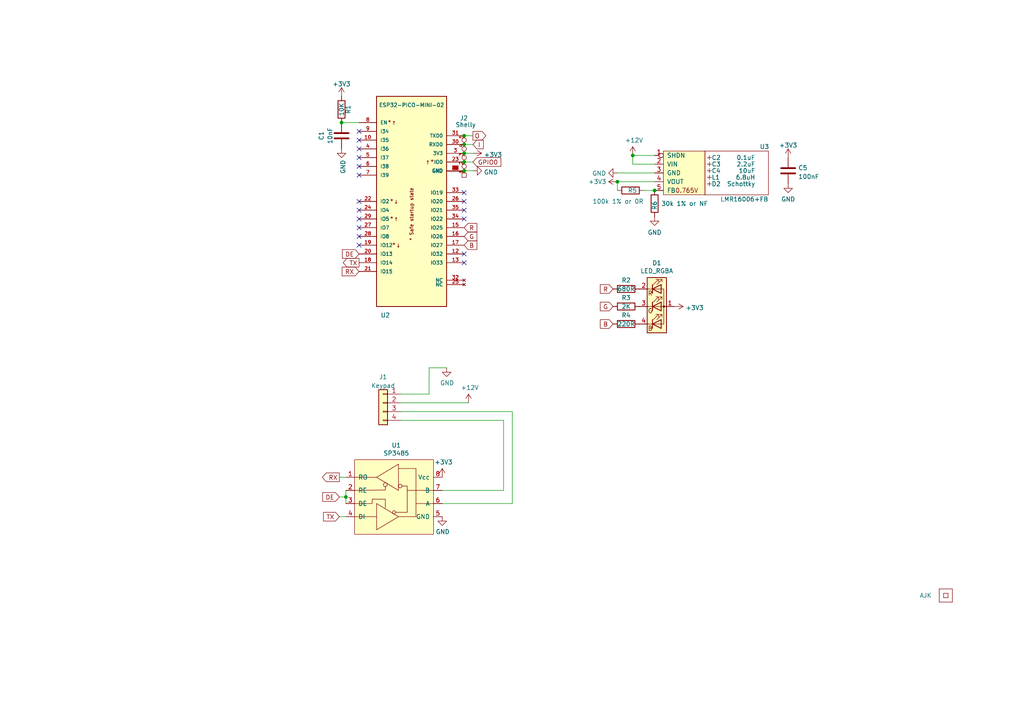
<source format=kicad_sch>
(kicad_sch (version 20211123) (generator eeschema)
  (paper "A4")
  (title_block (title "Galaxy Keypad controller") (date "${DATE}") (rev "5") (company "Adrian Kennard Andrews & Arnold Ltd") (comment 1 "@TheRealRevK") (comment 2 "www.me.uk"))
  (lib_symbols
    (symbol "Connector_Generic:Conn_01x04" (pin_names (offset 1.016) hide)
      (property "Reference" "J1" (at 0 7.5098 0))
      (property "Value" "Keypad" (at 0 4.9729 0))
      (symbol "Conn_01x04_1_1"
        (rectangle (start -1.27 -4.953) (end 0 -5.207) (stroke (width 0.1524)))
        (rectangle (start -1.27 -2.413) (end 0 -2.667) (stroke (width 0.1524)))
        (rectangle (start -1.27 0.127) (end 0 -0.127) (stroke (width 0.1524)))
        (rectangle (start -1.27 2.667) (end 0 2.413) (stroke (width 0.1524)))
        (rectangle (start -1.27 3.81) (end 1.27 -6.35) (stroke (width 0.254)) (fill (type background)))
        (pin power_out line (at -5.08 2.54 0) (length 3.81) (name "Pin_1") (number "1"))
        (pin power_out line (at -5.08 0 0) (length 3.81) (name "Pin_2") (number "2"))
        (pin passive line (at -5.08 -2.54 0) (length 3.81) (name "Pin_3") (number "3"))
        (pin passive line (at -5.08 -5.08 0) (length 3.81) (name "Pin_4") (number "4"))
      )
    )
    (symbol "Device:C" (pin_numbers hide) (pin_names (offset 0.254))
      (property "Reference" "C" (at 0.635 2.54 0))
      (property "Value" "C" (at 0.635 -2.54 0))
      (symbol "C_0_1"
        (polyline (pts (xy -2.032 -0.762) (xy 2.032 -0.762)) (stroke (width 0.508)))
        (polyline (pts (xy -2.032 0.762) (xy 2.032 0.762)) (stroke (width 0.508)))
      )
      (symbol "C_1_1"
        (pin passive line (at 0 3.81 270) (length 2.794) (name "~") (number "1"))
        (pin passive line (at 0 -3.81 90) (length 2.794) (name "~") (number "2"))
      )
    )
    (symbol "Device:LED_ARGB" (pin_names (offset 0) hide)
      (property "Reference" "D" (at 0 9.398 0))
      (property "Value" "LED_ARGB" (at 0 -8.89 0))
      (symbol "LED_ARGB_0_0"
        (text "B" (at -1.905 -6.35 0) (effects (font (size 1.27 1.27))))
        (text "G" (at -1.905 -1.27 0) (effects (font (size 1.27 1.27))))
        (text "R" (at -1.905 3.81 0) (effects (font (size 1.27 1.27))))
      )
      (symbol "LED_ARGB_0_1"
        (polyline (pts (xy -1.27 -5.08) (xy -2.54 -5.08)))
        (polyline (pts (xy -1.27 -5.08) (xy 1.27 -5.08)))
        (polyline (pts (xy -1.27 -3.81) (xy -1.27 -6.35)) (stroke (width 0.254)))
        (polyline (pts (xy -1.27 0) (xy -2.54 0)))
        (polyline (pts (xy -1.27 1.27) (xy -1.27 -1.27)) (stroke (width 0.254)))
        (polyline (pts (xy -1.27 5.08) (xy -2.54 5.08)))
        (polyline (pts (xy -1.27 5.08) (xy 1.27 5.08)))
        (polyline (pts (xy -1.27 6.35) (xy -1.27 3.81)) (stroke (width 0.254)))
        (polyline (pts (xy 1.27 0) (xy -1.27 0)))
        (polyline (pts (xy 1.27 0) (xy 2.54 0)))
        (polyline (pts (xy -1.27 1.27) (xy -1.27 -1.27) (xy -1.27 -1.27)))
        (polyline (pts (xy -1.27 6.35) (xy -1.27 3.81) (xy -1.27 3.81)))
        (polyline (pts (xy 1.27 -5.08) (xy 2.032 -5.08) (xy 2.032 5.08) (xy 1.27 5.08)))
        (polyline (pts (xy 1.27 -3.81) (xy 1.27 -6.35) (xy -1.27 -5.08) (xy 1.27 -3.81)) (stroke (width 0.254)))
        (polyline (pts (xy 1.27 1.27) (xy 1.27 -1.27) (xy -1.27 0) (xy 1.27 1.27)) (stroke (width 0.254)))
        (polyline (pts (xy 1.27 6.35) (xy 1.27 3.81) (xy -1.27 5.08) (xy 1.27 6.35)) (stroke (width 0.254)))
        (polyline (pts (xy -1.016 -3.81) (xy 0.508 -2.286) (xy -0.254 -2.286) (xy 0.508 -2.286) (xy 0.508 -3.048)))
        (polyline (pts (xy -1.016 1.27) (xy 0.508 2.794) (xy -0.254 2.794) (xy 0.508 2.794) (xy 0.508 2.032)))
        (polyline (pts (xy -1.016 6.35) (xy 0.508 7.874) (xy -0.254 7.874) (xy 0.508 7.874) (xy 0.508 7.112)))
        (polyline (pts (xy 0 -3.81) (xy 1.524 -2.286) (xy 0.762 -2.286) (xy 1.524 -2.286) (xy 1.524 -3.048)))
        (polyline (pts (xy 0 1.27) (xy 1.524 2.794) (xy 0.762 2.794) (xy 1.524 2.794) (xy 1.524 2.032)))
        (polyline (pts (xy 0 6.35) (xy 1.524 7.874) (xy 0.762 7.874) (xy 1.524 7.874) (xy 1.524 7.112)))
        (rectangle (start 1.27 -1.27) (end 1.27 1.27))
        (rectangle (start 1.27 1.27) (end 1.27 1.27))
        (rectangle (start 1.27 3.81) (end 1.27 6.35))
        (rectangle (start 1.27 6.35) (end 1.27 6.35))
        (circle (center 2.032 0) (radius 0.254) (fill (type outline)))
        (rectangle (start 2.794 8.382) (end -2.794 -7.62) (stroke (width 0.254)) (fill (type background)))
      )
      (symbol "LED_ARGB_1_1"
        (pin passive line (at 5.08 0 180) (length 2.54) (name "A") (number "1"))
        (pin passive line (at -5.08 5.08 0) (length 2.54) (name "RK") (number "2"))
        (pin passive line (at -5.08 0 0) (length 2.54) (name "GK") (number "3"))
        (pin passive line (at -5.08 -5.08 0) (length 2.54) (name "BK") (number "4"))
      )
    )
    (symbol "Device:R" (pin_numbers hide) (pin_names (offset 0))
      (property "Reference" "R" (at 2.032 0 90))
      (property "Value" "R" (at 0 0 90))
      (symbol "R_0_1"
        (rectangle (start -1.016 -2.54) (end 1.016 2.54) (stroke (width 0.254)))
      )
      (symbol "R_1_1"
        (pin passive line (at 0 3.81 270) (length 1.27) (name "~") (number "1"))
        (pin passive line (at 0 -3.81 90) (length 1.27) (name "~") (number "2"))
      )
    )
    (symbol "RevK:AJK" (pin_names (offset 1.016)) (in_bom no)
      (property "Value" "AJK" (at 0 0 0))
    )
    (symbol "RevK:ESP32-PICO-MINI-02" (pin_names (offset 1.016))
      (property "Reference" "U" (at -10.16 -33.02 0))
      (property "Value" "ESP32-PICO-MINI-02" (at 0 27.94 0))
      (symbol "ESP32-PICO-MINI-02_0_0"
        (rectangle (start -10.16 -30.48) (end 10.16 30.48) (stroke (width 0.254)) (fill (type background)))
        (text "* Safe startup state" (at 0 -11.43 900) (effects (font (size 1 1)) (justify left)))
        (text "*↑" (at -6.985 22.86 0) (effects (font (size 1.27 1.27)) (justify left)))
        (text "*↑" (at -6.35 -5.08 0) (effects (font (size 1.27 1.27)) (justify left)))
        (text "*↓" (at -6.35 0 0) (effects (font (size 1.27 1.27)) (justify left)))
        (text "*↓" (at -5.715 -12.7 0) (effects (font (size 1.27 1.27)) (justify left)))
        (text "↑*" (at 3.81 11.43 0) (effects (font (size 1.27 1.27)) (justify left)))
        (pin power_in line (at 15.24 8.89 180) (length 5.08) (name "GND") (number "1"))
        (pin input line (at -15.24 17.78 0) (length 5.08) (name "I35") (number "10"))
        (pin power_in line (at 15.24 8.89 180) (length 5.08) (name "GND") (number "11"))
        (pin bidirectional line (at 15.24 -15.24 180) (length 5.08) (name "IO32") (number "12"))
        (pin bidirectional line (at 15.24 -17.78 180) (length 5.08) (name "IO33") (number "13"))
        (pin power_in line (at 15.24 8.89 180) (length 5.08) (name "GND") (number "14"))
        (pin bidirectional line (at 15.24 -7.62 180) (length 5.08) (name "IO25") (number "15"))
        (pin bidirectional line (at 15.24 -10.16 180) (length 5.08) (name "IO26") (number "16"))
        (pin bidirectional line (at 15.24 -12.7 180) (length 5.08) (name "IO27") (number "17"))
        (pin bidirectional line (at -15.24 -17.78 0) (length 5.08) (name "IO14") (number "18"))
        (pin bidirectional line (at -15.24 -12.7 0) (length 5.08) (name "IO12") (number "19"))
        (pin power_in line (at 15.24 8.89 180) (length 5.08) (name "GND") (number "2"))
        (pin bidirectional line (at -15.24 -15.24 0) (length 5.08) (name "IO13") (number "20"))
        (pin bidirectional line (at -15.24 -20.32 0) (length 5.08) (name "IO15") (number "21"))
        (pin bidirectional line (at -15.24 0 0) (length 5.08) (name "IO2") (number "22"))
        (pin bidirectional line (at 15.24 11.43 180) (length 5.08) (name "IO0") (number "23"))
        (pin bidirectional line (at -15.24 -2.54 0) (length 5.08) (name "IO4") (number "24"))
        (pin no_connect line (at 15.24 -24.13 180) (length 5.08) (name "NC") (number "25"))
        (pin bidirectional line (at 15.24 0 180) (length 5.08) (name "IO20") (number "26"))
        (pin bidirectional line (at -15.24 -7.62 0) (length 5.08) (name "IO7") (number "27"))
        (pin bidirectional line (at -15.24 -10.16 0) (length 5.08) (name "IO8") (number "28"))
        (pin bidirectional line (at -15.24 -5.08 0) (length 5.08) (name "IO5") (number "29"))
        (pin power_in line (at 15.24 13.97 180) (length 5.08) (name "3V3") (number "3"))
        (pin bidirectional line (at 15.24 16.51 180) (length 5.08) (name "RXD0") (number "30"))
        (pin bidirectional line (at 15.24 19.05 180) (length 5.08) (name "TXD0") (number "31"))
        (pin no_connect line (at 15.24 -22.86 180) (length 5.08) (name "NC") (number "32"))
        (pin bidirectional line (at 15.24 2.54 180) (length 5.08) (name "IO19") (number "33"))
        (pin bidirectional line (at 15.24 -5.08 180) (length 5.08) (name "IO22") (number "34"))
        (pin bidirectional line (at 15.24 -2.54 180) (length 5.08) (name "IO21") (number "35"))
        (pin power_in line (at 15.24 8.89 180) (length 5.08) (name "GND") (number "36"))
        (pin power_in line (at 15.24 8.89 180) (length 5.08) (name "GND") (number "37"))
        (pin power_in line (at 15.24 8.89 180) (length 5.08) (name "GND") (number "38"))
        (pin power_in line (at 15.24 8.89 180) (length 5.08) (name "GND") (number "39"))
        (pin input line (at -15.24 15.24 0) (length 5.08) (name "I36") (number "4"))
        (pin power_in line (at 15.24 8.89 180) (length 5.08) (name "GND") (number "40"))
        (pin power_in line (at 15.24 8.89 180) (length 5.08) (name "GND") (number "41"))
        (pin power_in line (at 15.24 8.89 180) (length 5.08) (name "GND") (number "42"))
        (pin power_in line (at 15.24 8.89 180) (length 5.08) (name "GND") (number "43"))
        (pin power_in line (at 15.24 8.89 180) (length 5.08) (name "GND") (number "44"))
        (pin power_in line (at 15.24 8.89 180) (length 5.08) (name "GND") (number "45"))
        (pin power_in line (at 15.24 8.89 180) (length 5.08) (name "GND") (number "46"))
        (pin power_in line (at 15.24 8.89 180) (length 5.08) (name "GND") (number "47"))
        (pin power_in line (at 15.24 8.89 180) (length 5.08) (name "GND") (number "48"))
        (pin power_in line (at 15.24 8.89 180) (length 5.08) (name "GND") (number "49"))
        (pin input line (at -15.24 12.7 0) (length 5.08) (name "I37") (number "5"))
        (pin power_in line (at 15.24 8.89 180) (length 5.08) (name "GND") (number "50"))
        (pin power_in line (at 15.24 8.89 180) (length 5.08) (name "GND") (number "51"))
        (pin power_in line (at 15.24 8.89 180) (length 5.08) (name "GND") (number "52"))
        (pin power_in line (at 15.24 8.89 180) (length 5.08) (name "GND") (number "53"))
        (pin input line (at -15.24 10.16 0) (length 5.08) (name "I38") (number "6"))
        (pin input line (at -15.24 7.62 0) (length 5.08) (name "I39") (number "7"))
        (pin input line (at -15.24 22.86 0) (length 5.08) (name "EN") (number "8"))
        (pin input line (at -15.24 20.32 0) (length 5.08) (name "I34") (number "9"))
      )
    )
    (symbol "RevK:Hidden" (pin_names (offset 1.016))
      (property "Reference" "Z" (at 0.635 0 0))
      (property "Value" "Hidden" (at 4.445 0 0))
      (symbol "Hidden_0_1"
        (polyline (pts (xy -0.635 0) (xy 0.635 0)) (stroke (width 0.1524)))
        (polyline (pts (xy 0 0.635) (xy 0 -0.635)) (stroke (width 0.1524)))
      )
      (symbol "Hidden_1_1"
        (pin no_connect non_logic (at 0 -2.54 90) (length 2.54) hide (name "~") (number "~"))
      )
    )
    (symbol "RevK:LMR16006+FB" (pin_names (offset 1.016))
      (property "Reference" "U" (at 11.43 2.54 0))
      (property "Value" "LMR16006+FB" (at 7.62 -12.7 0))
      (symbol "LMR16006+FB_0_0"
        (rectangle (start 2.54 1.27) (end 14.605 -11.43) (fill (type background)))
        (text "0.765V" (at 12.7 -10.16 0) (effects (font (size 1.27 1.27)) (justify right)))
      )
      (symbol "LMR16006+FB_0_1"
        (rectangle (start 14.605 1.27) (end 33.02 -11.43))
      )
      (symbol "LMR16006+FB_1_1"
        (pin input inverted (at 0 0 0) (length 2.54) (name "SHDN") (number "1"))
        (pin power_in line (at 0 -2.54 0) (length 2.54) (name "VIN") (number "2"))
        (pin power_in line (at 0 -5.08 0) (length 2.54) (name "GND") (number "3"))
        (pin power_out line (at 0 -7.62 0) (length 2.54) (name "VOUT") (number "4"))
        (pin passive line (at 0 -10.16 0) (length 2.54) (name "FB") (number "5"))
      )
    )
    (symbol "RevK:QR" (pin_names (offset 1.016)) (in_bom no)
      (symbol "QR_0_1"
        (rectangle (start -1.905 -1.905) (end -1.905 1.905))
        (rectangle (start -1.905 1.905) (end 1.905 1.905))
        (rectangle (start -0.635 -0.635) (end -0.635 0.635))
        (rectangle (start -0.635 0.635) (end 0.635 0.635))
        (rectangle (start 0.635 -0.635) (end -0.635 -0.635))
        (rectangle (start 0.635 0.635) (end 0.635 -0.635))
        (rectangle (start 1.905 -1.905) (end -1.905 -1.905))
        (rectangle (start 1.905 1.905) (end 1.905 -1.905))
      )
    )
    (symbol "RevK:SP3458" (pin_names (offset 1.016))
      (property "Reference" "U" (at 0 -3.81 0))
      (property "Value" "SP3458" (at 7.62 -1.27 0))
      (symbol "SP3458_0_1"
        (rectangle (start -11.43 19.05) (end 11.43 -2.54) (fill (type background)))
        (circle (center -2.54 11.811) (radius 0.5588))
        (polyline (pts (xy -11.43 2.54) (xy -5.08 2.54)))
        (polyline (pts (xy -11.43 13.97) (xy -5.08 13.97)))
        (polyline (pts (xy 3.81 10.16) (xy 11.43 10.16)))
        (polyline (pts (xy 6.35 6.35) (xy 11.43 6.35)))
        (polyline (pts (xy -11.43 10.16) (xy -2.54 10.287) (xy -2.54 11.303)))
        (polyline (pts (xy -5.08 6.35) (xy 1.27 2.54) (xy -5.08 -1.27) (xy -5.08 6.35)))
        (polyline (pts (xy -5.08 13.97) (xy 1.27 17.78) (xy 1.27 10.16) (xy -5.08 13.97)))
        (polyline (pts (xy 0.508 3.81) (xy 3.81 3.81) (xy 3.81 11.43) (xy 2.286 11.43)))
        (polyline (pts (xy 1.27 16.51) (xy 6.35 16.51) (xy 6.35 2.54) (xy 1.27 2.54)))
        (polyline (pts (xy -11.43 6.35) (xy -6.35 6.35) (xy -6.35 7.62) (xy -2.54 7.62) (xy -2.54 5.08)))
        (circle (center 0 3.81) (radius 0.4572))
        (circle (center 1.778 11.43) (radius 0.5334))
      )
      (symbol "SP3458_1_1"
        (pin output line (at -13.97 13.97 0) (length 2.54) (name "RO") (number "1"))
        (pin input line (at -13.97 10.16 0) (length 2.54) (name "RE") (number "2"))
        (pin input line (at -13.97 6.35 0) (length 2.54) (name "DE") (number "3"))
        (pin input line (at -13.97 2.54 0) (length 2.54) (name "DI") (number "4"))
        (pin power_in line (at 13.97 2.54 180) (length 2.54) (name "GND") (number "5"))
        (pin bidirectional line (at 13.97 6.35 180) (length 2.54) (name "A") (number "6"))
        (pin bidirectional line (at 13.97 10.16 180) (length 2.54) (name "B") (number "7"))
        (pin power_in line (at 13.97 13.97 180) (length 2.54) (name "Vcc") (number "8"))
      )
    )
    (symbol "RevK:Shelly" (in_bom no)
      (property "Reference" "J" (at 2.54 -8.255 0))
      (property "Value" "Shelly" (at 2.54 9.525 0))
      (symbol "Shelly_0_1"
        (rectangle (start -0.635 6.985) (end 0.635 5.715) (stroke (width 0.1524)))
        (circle (center 0 -3.81) (radius 0.635) (stroke (width 0.1524)))
        (circle (center 0 -1.27) (radius 0.635) (stroke (width 0.1524)))
        (circle (center 0 1.27) (radius 0.635) (stroke (width 0.1524)))
        (circle (center 0 3.81) (radius 0.635) (stroke (width 0.1524)))
      )
      (symbol "Shelly_1_1"
        (pin passive line (at 0 5.08 90) (length 0.64) (name "GND") (number "1"))
        (pin passive line (at 0 2.54 90) (length 0.64) (name "0") (number "2"))
        (pin passive line (at 0 0 90) (length 0.64) (name "3V3") (number "3"))
        (pin passive line (at 0 -2.54 90) (length 0.64) (name "Rx") (number "4"))
        (pin passive line (at 0 -5.08 90) (length 0.64) (name "Tx") (number "5"))
      )
    )
    (symbol "power:+12V" (power) (pin_names (offset 0))
      (property "Value" "+12V" (at 0 3.556 0))
      (symbol "+12V_0_1"
        (polyline (pts (xy -0.762 1.27) (xy 0 2.54)))
        (polyline (pts (xy 0 0) (xy 0 2.54)))
        (polyline (pts (xy 0 2.54) (xy 0.762 1.27)))
      )
      (symbol "+12V_1_1"
        (pin power_in line (at 0 0 90) (length 0) hide (name "+12V") (number "1"))
      )
    )
    (symbol "power:+3.3V" (power) (pin_names (offset 0))
      (property "Value" "+3.3V" (at 0 3.556 0))
      (symbol "+3.3V_0_1"
        (polyline (pts (xy -0.762 1.27) (xy 0 2.54)))
        (polyline (pts (xy 0 0) (xy 0 2.54)))
        (polyline (pts (xy 0 2.54) (xy 0.762 1.27)))
      )
      (symbol "+3.3V_1_1"
        (pin power_in line (at 0 0 90) (length 0) hide (name "+3V3") (number "1"))
      )
    )
    (symbol "power:GND" (power) (pin_names (offset 0))
      (property "Value" "GND" (at 0 -3.81 0))
      (symbol "GND_0_1"
        (polyline (pts (xy 0 0) (xy 0 -1.27) (xy 1.27 -1.27) (xy 0 -2.54) (xy -1.27 -1.27) (xy 0 -1.27)))
      )
      (symbol "GND_1_1"
        (pin power_in line (at 0 0 270) (length 0) hide (name "GND") (number "1"))
      )
    )
  )
  (junction (at 100.33 144.145))
  (junction (at 134.62 41.91))
  (junction (at 134.62 39.37))
  (junction (at 179.07 52.705))
  (junction (at 134.62 44.45))
  (junction (at 189.865 55.245))
  (junction (at 134.62 49.53))
  (junction (at 134.62 46.99))
  (junction (at 99.06 35.56))
  (junction (at 183.515 45.085))
  (no_connect (at 134.62 76.2))
  (no_connect (at 134.62 73.66))
  (no_connect (at 104.14 38.1))
  (no_connect (at 104.14 71.12))
  (no_connect (at 104.14 50.8))
  (no_connect (at 104.14 58.42))
  (no_connect (at 104.14 60.96))
  (no_connect (at 104.14 63.5))
  (no_connect (at 104.14 66.04))
  (no_connect (at 104.14 68.58))
  (no_connect (at 134.62 60.96))
  (no_connect (at 134.62 63.5))
  (no_connect (at 104.14 48.26))
  (no_connect (at 104.14 40.64))
  (no_connect (at 104.14 43.18))
  (no_connect (at 104.14 45.72))
  (no_connect (at 134.62 58.42))
  (no_connect (at 134.62 55.88))
  (wire (pts (xy 146.05 121.92) (xy 146.05 142.24)))
  (wire (pts (xy 116.205 114.3) (xy 124.46 114.3)))
  (wire (pts (xy 179.07 52.705) (xy 179.07 55.245)))
  (wire (pts (xy 134.62 39.37) (xy 137.16 39.37)))
  (wire (pts (xy 134.62 41.91) (xy 137.16 41.91)))
  (wire (pts (xy 179.07 52.705) (xy 189.865 52.705)))
  (wire (pts (xy 100.33 149.86) (xy 98.425 149.86)))
  (wire (pts (xy 148.59 119.38) (xy 148.59 146.05)))
  (wire (pts (xy 99.06 35.56) (xy 104.14 35.56)))
  (wire (pts (xy 116.205 119.38) (xy 148.59 119.38)))
  (wire (pts (xy 98.425 144.145) (xy 100.33 144.145)))
  (wire (pts (xy 100.33 144.145) (xy 100.33 146.05)))
  (wire (pts (xy 134.62 46.99) (xy 137.16 46.99)))
  (wire (pts (xy 100.33 138.43) (xy 98.425 138.43)))
  (wire (pts (xy 186.69 55.245) (xy 189.865 55.245)))
  (wire (pts (xy 134.62 44.45) (xy 137.16 44.45)))
  (wire (pts (xy 179.07 50.165) (xy 189.865 50.165)))
  (wire (pts (xy 116.205 116.84) (xy 135.89 116.84)))
  (wire (pts (xy 116.205 121.92) (xy 146.05 121.92)))
  (wire (pts (xy 128.27 142.24) (xy 146.05 142.24)))
  (wire (pts (xy 124.46 114.3) (xy 124.46 106.68)))
  (wire (pts (xy 183.515 45.085) (xy 189.865 45.085)))
  (wire (pts (xy 128.27 146.05) (xy 148.59 146.05)))
  (wire (pts (xy 134.62 49.53) (xy 137.16 49.53)))
  (wire (pts (xy 183.515 45.085) (xy 183.515 47.625)))
  (wire (pts (xy 183.515 47.625) (xy 189.865 47.625)))
  (wire (pts (xy 124.46 106.68) (xy 129.54 106.68)))
  (wire (pts (xy 100.33 142.24) (xy 100.33 144.145)))
  (global_label "I" (shape input) (at 137.16 41.91 0) (property "Intersheet References" "${INTERSHEET_REFS}" (effects hide)))
  (global_label "GPIO0" (shape input) (at 137.16 46.99 0) (property "Intersheet References" "${INTERSHEET_REFS}" (effects hide)))
  (global_label "RX" (shape output) (at 98.425 138.43 180) (property "Intersheet References" "${INTERSHEET_REFS}" (effects hide)))
  (global_label "R" (shape input) (at 177.8 83.82 180) (property "Intersheet References" "${INTERSHEET_REFS}" (effects hide)))
  (global_label "R" (shape input) (at 134.62 66.04 0) (property "Intersheet References" "${INTERSHEET_REFS}" (effects hide)))
  (global_label "DE" (shape input) (at 98.425 144.145 180) (property "Intersheet References" "${INTERSHEET_REFS}" (effects hide)))
  (global_label "B" (shape input) (at 177.8 93.98 180) (property "Intersheet References" "${INTERSHEET_REFS}" (effects hide)))
  (global_label "DE" (shape input) (at 104.14 73.66 180) (property "Intersheet References" "${INTERSHEET_REFS}" (effects hide)))
  (global_label "O" (shape output) (at 137.16 39.37 0) (property "Intersheet References" "${INTERSHEET_REFS}" (effects hide)))
  (global_label "TX" (shape output) (at 104.14 76.2 180) (property "Intersheet References" "${INTERSHEET_REFS}" (effects hide)))
  (global_label "G" (shape input) (at 177.8 88.9 180) (property "Intersheet References" "${INTERSHEET_REFS}" (effects hide)))
  (global_label "G" (shape input) (at 134.62 68.58 0) (property "Intersheet References" "${INTERSHEET_REFS}" (effects hide)))
  (global_label "RX" (shape input) (at 104.14 78.74 180) (property "Intersheet References" "${INTERSHEET_REFS}" (effects hide)))
  (global_label "B" (shape input) (at 134.62 71.12 0) (property "Intersheet References" "${INTERSHEET_REFS}" (effects hide)))
  (global_label "TX" (shape input) (at 98.425 149.86 180) (property "Intersheet References" "${INTERSHEET_REFS}" (effects hide)))
  (symbol (lib_id "RevK:SP3458") (at 114.3 152.4 0) (unit 1)
    (property "Reference" "U1" (at 114.935 129.159 0))
    (property "Value" "SP3485" (at 114.935 131.4704 0))
    (property "Footprint" "Package_SO:SO-8_3.9x4.9mm_P1.27mm" (effects hide))
  )
  (symbol (lib_id "power:GND") (at 129.54 106.68 0) (unit 1)
    (property "Reference" "#PWR03" (effects hide))
    (property "Value" "GND" (at 129.667 111.0742 0))
  )
  (symbol (lib_id "power:+3.3V") (at 128.27 138.43 0) (unit 1)
    (property "Reference" "#PWR01" (effects hide))
    (property "Value" "+3.3V" (at 128.651 134.0358 0))
  )
  (symbol (lib_id "power:GND") (at 128.27 149.86 0) (unit 1)
    (property "Reference" "#PWR02" (effects hide))
    (property "Value" "GND" (at 128.397 154.2542 0))
  )
  (symbol (lib_id "power:+3.3V") (at 195.58 88.9 270) (unit 1)
    (property "Reference" "#PWR015" (effects hide))
    (property "Value" "+3.3V" (at 198.8312 89.281 90) (effects (justify left)))
  )
  (symbol (lib_id "power:+12V") (at 135.89 116.84 0) (unit 1)
    (property "Reference" "#PWR04" (effects hide))
    (property "Value" "+12V" (at 136.271 112.4458 0))
  )
  (symbol (lib_id "Device:LED_ARGB") (at 190.5 88.9 0) (unit 1)
    (property "Reference" "D1" (at 190.5 76.2762 0))
    (property "Value" "LED_RGBA" (at 190.5 78.5876 0))
    (property "Footprint" "RevK:LED-RGB-1.6x1.6" (effects hide))
  )
  (symbol (lib_id "Device:R") (at 181.61 88.9 270) (unit 1)
    (property "Reference" "R3" (at 181.61 86.36 90))
    (property "Value" "2K" (at 181.61 88.9 90))
    (property "Footprint" "RevK:R_0603" (effects hide))
  )
  (symbol (lib_id "Device:R") (at 181.61 83.82 270) (unit 1)
    (property "Reference" "R2" (at 181.61 81.28 90))
    (property "Value" "680R" (at 181.61 83.82 90))
    (property "Footprint" "RevK:R_0603" (effects hide))
  )
  (symbol (lib_id "Device:R") (at 181.61 93.98 270) (unit 1)
    (property "Reference" "R4" (at 181.61 91.44 90))
    (property "Value" "220R" (at 181.61 93.98 90))
    (property "Footprint" "RevK:R_0603" (effects hide))
  )
  (symbol (lib_id "RevK:Hidden") (at 205.74 45.72 0) (unit 1)
    (property "Reference" "C2" (at 206.375 45.72 0) (effects (justify left)))
    (property "Value" "0.1uF" (at 219.075 45.72 0) (effects (justify right)))
    (property "Footprint" "RevK:C_0603_" (effects hide))
  )
  (symbol (lib_id "RevK:Hidden") (at 205.74 47.625 0) (unit 1)
    (property "Reference" "C3" (at 206.375 47.625 0) (effects (justify left)))
    (property "Value" "2.2uF" (at 219.075 47.625 0) (effects (justify right)))
    (property "Footprint" "RevK:C_0805_" (effects hide))
    (property "Note" "0805" (effects hide))
  )
  (symbol (lib_id "RevK:Hidden") (at 205.74 49.53 0) (unit 1)
    (property "Reference" "C4" (at 206.375 49.53 0) (effects (justify left)))
    (property "Value" "10uF" (at 219.075 49.53 0) (effects (justify right)))
    (property "Footprint" "RevK:C_0805_" (effects hide))
    (property "Note" "1206" (effects hide))
  )
  (symbol (lib_id "RevK:Hidden") (at 205.74 51.435 0) (unit 1)
    (property "Reference" "L1" (at 206.375 51.435 0) (effects (justify left)))
    (property "Value" "6.8uH" (at 219.075 51.435 0) (effects (justify right)))
    (property "Footprint" "RevK:L_4x4_" (effects hide))
    (property "Datasheet" "https://www.mouser.co.uk/datasheet/2/987/Laird_Performance_TYA4020_series__Rev_A_-1877538.pdf" (effects hide))
    (property "Manufacturer" "Laird" (effects hide))
    (property "Part No" "TYA4020" (effects hide))
  )
  (symbol (lib_id "RevK:Hidden") (at 205.74 53.34 0) (unit 1)
    (property "Reference" "D2" (at 206.375 53.34 0) (effects (justify left)))
    (property "Value" "Schottky" (at 219.075 53.34 0) (effects (justify right)))
    (property "Footprint" "RevK:D_1206_" (effects hide))
    (property "Datasheet" "https://www.mouser.co.uk/datasheet/2/54/CD1206-B220_B2100-777245.pdf" (effects hide))
    (property "Manufacturer" "Bourns" (effects hide))
    (property "Part No" "CD1206-B2100" (effects hide))
  )
  (symbol (lib_id "Device:R") (at 182.88 55.245 90) (unit 1)
    (property "Reference" "R5" (at 184.785 55.245 90) (effects (justify left)))
    (property "Value" "100k 1% or 0R" (at 186.69 58.42 90) (effects (justify left)))
    (property "Footprint" "RevK:R_0603" (effects hide))
  )
  (symbol (lib_id "Device:C") (at 228.6 49.53 0) (unit 1)
    (property "Reference" "C5" (at 231.521 48.6953 0) (effects (justify left)))
    (property "Value" "100nF" (at 231.521 51.2322 0) (effects (justify left)))
    (property "Footprint" "RevK:C_0603" (effects hide))
  )
  (symbol (lib_id "RevK:LMR16006+FB") (at 189.865 45.085 0) (unit 1)
    (property "Reference" "U3" (at 220.345 42.545 0) (effects (justify left)))
    (property "Value" "LMR16006+FB" (at 208.915 57.785 0) (effects (justify left)))
    (property "Footprint" "RevK:SOT-23-Thin-6-Reg" (effects hide))
    (property "Manufacturer" "TI" (effects hide))
    (property "Part No" "LMR16006YQ3" (effects hide))
  )
  (symbol (lib_id "power:GND") (at 228.6 53.34 0) (unit 1)
    (property "Reference" "#PWR017" (effects hide))
    (property "Value" "GND" (at 228.6 57.7834 0))
  )
  (symbol (lib_id "RevK:QR") (at 274.32 172.72 0) (unit 1) (in_bom no)
    (property "Reference" "U4" (effects hide))
    (property "Value" "QR" (effects hide))
    (property "Footprint" "RevK:QR-SS" (effects hide))
    (property "Note" "Non part, PCB printed" (effects hide))
  )
  (symbol (lib_id "power:GND") (at 189.865 62.865 0) (unit 1)
    (property "Reference" "#PWR014" (effects hide))
    (property "Value" "GND" (at 189.865 67.4275 0))
  )
  (symbol (lib_id "Device:C") (at 99.06 39.37 180) (unit 1)
    (property "Reference" "C1" (at 93.2012 39.37 90))
    (property "Value" "10nF" (at 95.7381 39.37 90))
    (property "Footprint" "RevK:C_0603" (effects hide))
  )
  (symbol (lib_id "power:GND") (at 179.07 50.165 270) (unit 1)
    (property "Reference" "#PWR011" (effects hide))
    (property "Value" "GND" (at 175.8188 50.292 90) (effects (justify right)))
  )
  (symbol (lib_id "power:+3.3V") (at 179.07 52.705 90) (unit 1)
    (property "Reference" "#PWR012" (effects hide))
    (property "Value" "+3.3V" (at 175.895 52.705 90) (effects (justify left)))
  )
  (symbol (lib_id "power:+3.3V") (at 99.06 27.94 0) (unit 1)
    (property "Reference" "#PWR05" (effects hide))
    (property "Value" "+3.3V" (at 99.06 24.3642 0))
  )
  (symbol (lib_id "RevK:ESP32-PICO-MINI-02") (at 119.38 58.42 0) (unit 1)
    (property "Reference" "U2" (at 111.76 91.44 0))
    (property "Value" "ESP32-PICO-MINI-02" (at 119.38 30.48 0) (effects (font (size 1.1 1.1))))
    (property "Footprint" "RevK:ESP32-PICO-MINI-02" (effects hide))
    (property "MANUFACTURER" "Espressif" (effects hide))
    (property "MAXIMUM_PACKAGE_HEIGHT" "2.55mm" (effects hide))
    (property "PARTREV" "v1.0" (effects hide))
    (property "STANDARD" "Manufacturer Recommendations" (effects hide))
  )
  (symbol (lib_id "power:+3.3V") (at 137.16 44.45 270) (unit 1)
    (property "Reference" "#PWR09" (effects hide))
    (property "Value" "+3.3V" (at 140.335 44.8838 90) (effects (justify left)))
  )
  (symbol (lib_id "power:+3.3V") (at 228.6 45.72 0) (unit 1)
    (property "Reference" "#PWR016" (effects hide))
    (property "Value" "+3.3V" (at 228.6 42.1442 0))
  )
  (symbol (lib_id "power:GND") (at 99.06 43.18 0) (unit 1)
    (property "Reference" "#PWR06" (effects hide))
    (property "Value" "GND" (at 99.4938 46.3549 90) (effects (justify right)))
  )
  (symbol (lib_id "RevK:AJK") (at 269.24 172.72 0) (unit 1) (in_bom no)
    (property "Reference" "Logo1" (effects hide))
    (property "Value" "AJK" (at 266.7 172.72 0) (effects (justify left)))
    (property "Footprint" "RevK:AJK" (effects hide))
    (property "Note" "Non part, PCB printed" (effects hide))
  )
  (symbol (lib_id "power:+12V") (at 183.515 45.085 0) (unit 1)
    (property "Reference" "#PWR013" (effects hide))
    (property "Value" "+12V" (at 183.896 40.6908 0))
  )
  (symbol (lib_id "Device:R") (at 99.06 31.75 0) (unit 1)
    (property "Reference" "R1" (at 100.965 31.75 90))
    (property "Value" "10K" (at 99.06 31.75 90))
    (property "Footprint" "RevK:R_0603" (effects hide))
  )
  (symbol (lib_id "Connector_Generic:Conn_01x04") (at 111.125 116.84 0) (mirror y) (unit 1)
    (property "Reference" "J1" (at 111.125 109.3302 0))
    (property "Value" "Keypad" (at 111.125 111.8671 0))
    (property "Footprint" "RevK:Molex_MiniSPOX_H4V" (effects hide))
  )
  (symbol (lib_id "power:GND") (at 137.16 49.53 90) (unit 1)
    (property "Reference" "#PWR010" (effects hide))
    (property "Value" "GND" (at 140.335 49.9638 90) (effects (justify right)))
  )
  (symbol (lib_id "RevK:Shelly") (at 134.62 44.45 180) (unit 1) (in_bom no)
    (property "Reference" "J2" (at 133.35 34.29 0) (effects (justify right)))
    (property "Value" "Shelly" (at 132.08 36.195 0) (effects (justify right)))
    (property "Footprint" "RevK:Shelly" (effects hide))
  )
  (symbol (lib_id "Device:R") (at 189.865 59.055 180) (unit 1)
    (property "Reference" "R6" (at 189.865 60.96 90) (effects (justify right)))
    (property "Value" "30k 1% or NF" (at 191.77 59.055 0) (effects (justify right)))
    (property "Footprint" "RevK:R_0603" (effects hide))
  )
)
</source>
